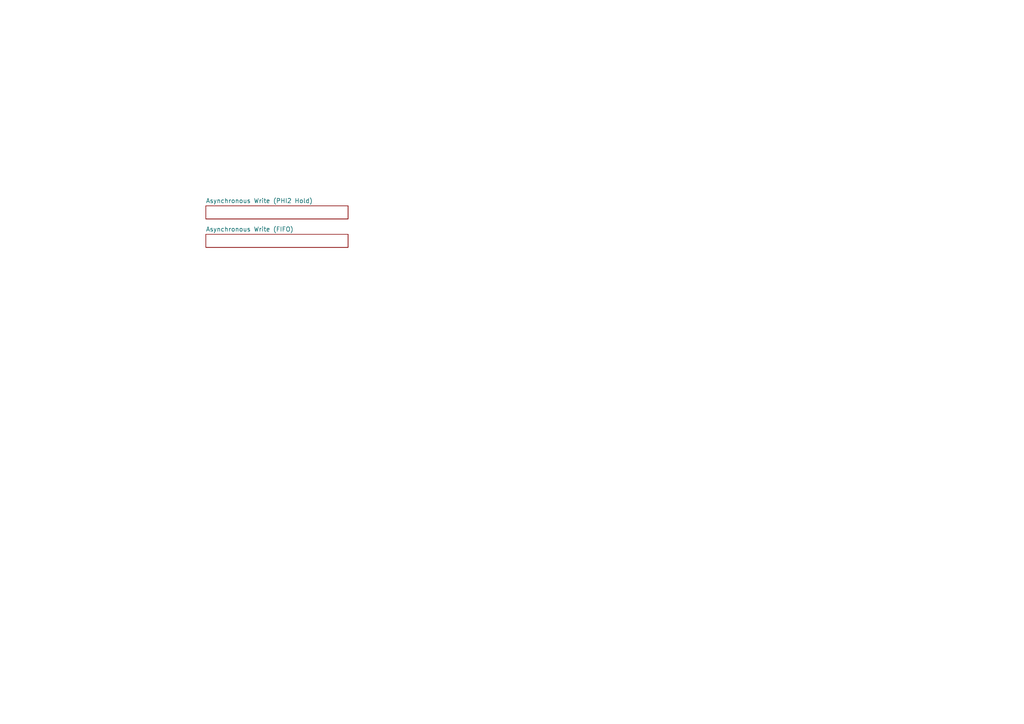
<source format=kicad_sch>
(kicad_sch (version 20230121) (generator eeschema)
  (paper "A4")
  (lib_symbols)
  (sheet (at 59.69 67.945) (size 41.275 3.81) (stroke (width 0.1524))
    (property "Sheetname" "Asynchronous Write (FIFO)" (at 59.69 67.2334 0) (effects (justify left bottom)))
    (property "Sheetfile" "Asyncronous Write FIFO.kicad_sch" (effects hide))
  )
  (sheet (at 59.69 59.69) (size 41.275 3.81) (stroke (width 0.1524))
    (property "Sheetname" "Asynchronous Write (PHI2 Hold)" (at 59.69 58.9784 0) (effects (justify left bottom)))
    (property "Sheetfile" "Asyncronous Write PHI2 Hold.kicad_sch" (effects hide))
  )
)
</source>
